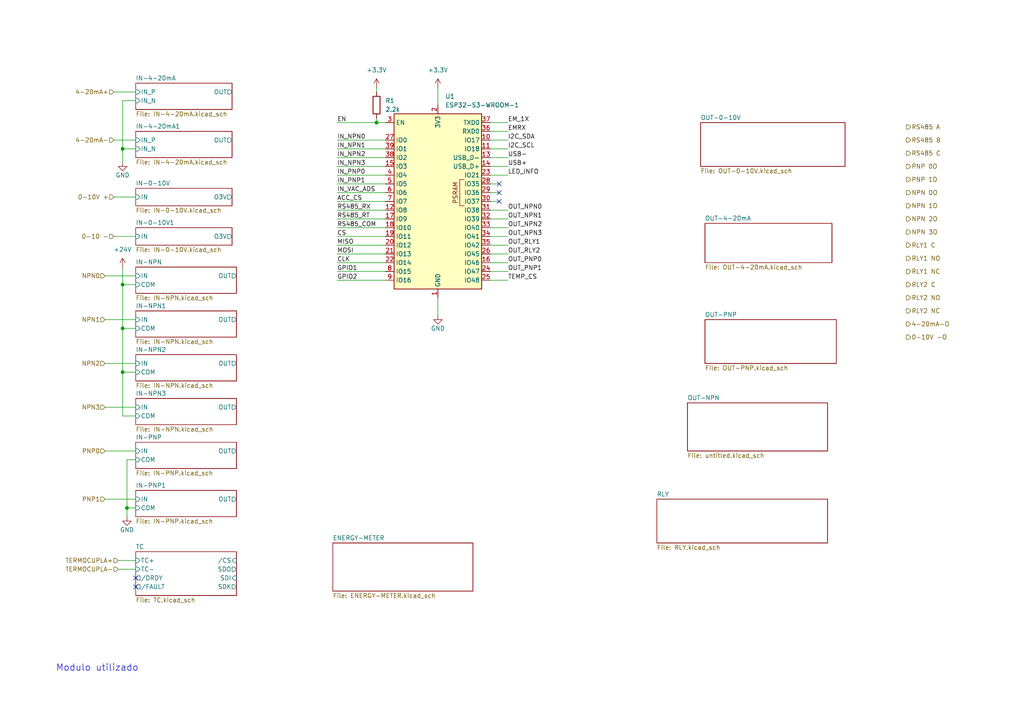
<source format=kicad_sch>
(kicad_sch (version 20250114) (generator "eeschema") (generator_version "9.0")
  (paper "A4")
  (lib_symbols
    (symbol "Device:R" (pin_numbers (hide yes)) (pin_names (offset 0))
      (property "Reference" "R" (at 2.032 0 90))
      (property "Value" "R" (at 0 0 90))
      (symbol "R_0_1"
        (rectangle (start -1.016 -2.54) (end 1.016 2.54) (stroke (width 0.254)))
      )
      (symbol "R_1_1"
        (pin passive line (at 0 3.81 270) (length 1.27) (name "~") (number "1"))
        (pin passive line (at 0 -3.81 90) (length 1.27) (name "~") (number "2"))
      )
    )
    (symbol "PCM_SparkFun-PowerSymbol:GND" (power) (pin_names (offset 0))
      (property "Value" "GND" (at 0 -3.81 0))
      (symbol "GND_0_1"
        (polyline (pts (xy 0 0) (xy 0 -1.27) (xy 1.27 -1.27) (xy 0 -2.54) (xy -1.27 -1.27) (xy 0 -1.27)))
      )
      (symbol "GND_1_1"
        (pin power_in line (at 0 0 270) (length 0) (hide yes) (name "GND") (number "1"))
      )
    )
    (symbol "RF_Module:ESP32-S3-WROOM-1"
      (property "Reference" "U" (at -12.7 26.67 0))
      (property "Value" "ESP32-S3-WROOM-1" (at 12.7 26.67 0))
      (symbol "ESP32-S3-WROOM-1_0_0"
        (rectangle (start -12.7 25.4) (end 12.7 -25.4) (stroke (width 0.254)) (fill (type background)))
        (text "PSRAM" (at 5.08 2.54 900) (effects (font (size 1.27 1.27))))
      )
      (symbol "ESP32-S3-WROOM-1_0_1"
        (polyline (pts (xy 7.62 -1.27) (xy 6.35 -1.27) (xy 6.35 6.35) (xy 7.62 6.35)))
      )
      (symbol "ESP32-S3-WROOM-1_1_1"
        (pin input line (at -15.24 22.86 0) (length 2.54) (name "EN") (number "3"))
        (pin bidirectional line (at -15.24 17.78 0) (length 2.54) (name "IO0") (number "27"))
        (pin bidirectional line (at -15.24 15.24 0) (length 2.54) (name "IO1") (number "39"))
        (pin bidirectional line (at -15.24 12.7 0) (length 2.54) (name "IO2") (number "38"))
        (pin bidirectional line (at -15.24 10.16 0) (length 2.54) (name "IO3") (number "15"))
        (pin bidirectional line (at -15.24 7.62 0) (length 2.54) (name "IO4") (number "4"))
        (pin bidirectional line (at -15.24 5.08 0) (length 2.54) (name "IO5") (number "5"))
        (pin bidirectional line (at -15.24 2.54 0) (length 2.54) (name "IO6") (number "6"))
        (pin bidirectional line (at -15.24 0 0) (length 2.54) (name "IO7") (number "7"))
        (pin bidirectional line (at -15.24 -2.54 0) (length 2.54) (name "IO8") (number "12"))
        (pin bidirectional line (at -15.24 -5.08 0) (length 2.54) (name "IO9") (number "17"))
        (pin bidirectional line (at -15.24 -7.62 0) (length 2.54) (name "IO10") (number "18"))
        (pin bidirectional line (at -15.24 -10.16 0) (length 2.54) (name "IO11") (number "19"))
        (pin bidirectional line (at -15.24 -12.7 0) (length 2.54) (name "IO12") (number "20"))
        (pin bidirectional line (at -15.24 -15.24 0) (length 2.54) (name "IO13") (number "21"))
        (pin bidirectional line (at -15.24 -17.78 0) (length 2.54) (name "IO14") (number "22"))
        (pin bidirectional line (at -15.24 -20.32 0) (length 2.54) (name "IO15") (number "8"))
        (pin bidirectional line (at -15.24 -22.86 0) (length 2.54) (name "IO16") (number "9"))
        (pin power_in line (at 0 27.94 270) (length 2.54) (name "3V3") (number "2"))
        (pin power_in line (at 0 -27.94 90) (length 2.54) (name "GND") (number "1"))
        (pin passive line (at 0 -27.94 90) (length 2.54) (hide yes) (name "GND") (number "40"))
        (pin passive line (at 0 -27.94 90) (length 2.54) (hide yes) (name "GND") (number "41"))
        (pin bidirectional line (at 15.24 22.86 180) (length 2.54) (name "TXD0") (number "37"))
        (pin bidirectional line (at 15.24 20.32 180) (length 2.54) (name "RXD0") (number "36"))
        (pin bidirectional line (at 15.24 17.78 180) (length 2.54) (name "IO17") (number "10"))
        (pin bidirectional line (at 15.24 15.24 180) (length 2.54) (name "IO18") (number "11"))
        (pin bidirectional line (at 15.24 12.7 180) (length 2.54) (name "USB_D-") (number "13"))
        (pin bidirectional line (at 15.24 10.16 180) (length 2.54) (name "USB_D+") (number "14"))
        (pin bidirectional line (at 15.24 7.62 180) (length 2.54) (name "IO21") (number "23"))
        (pin bidirectional line (at 15.24 5.08 180) (length 2.54) (name "IO35") (number "28"))
        (pin bidirectional line (at 15.24 2.54 180) (length 2.54) (name "IO36") (number "29"))
        (pin bidirectional line (at 15.24 0 180) (length 2.54) (name "IO37") (number "30"))
        (pin bidirectional line (at 15.24 -2.54 180) (length 2.54) (name "IO38") (number "31"))
        (pin bidirectional line (at 15.24 -5.08 180) (length 2.54) (name "IO39") (number "32"))
        (pin bidirectional line (at 15.24 -7.62 180) (length 2.54) (name "IO40") (number "33"))
        (pin bidirectional line (at 15.24 -10.16 180) (length 2.54) (name "IO41") (number "34"))
        (pin bidirectional line (at 15.24 -12.7 180) (length 2.54) (name "IO42") (number "35"))
        (pin bidirectional line (at 15.24 -15.24 180) (length 2.54) (name "IO45") (number "26"))
        (pin bidirectional line (at 15.24 -17.78 180) (length 2.54) (name "IO46") (number "16"))
        (pin bidirectional line (at 15.24 -20.32 180) (length 2.54) (name "IO47") (number "24"))
        (pin bidirectional line (at 15.24 -22.86 180) (length 2.54) (name "IO48") (number "25"))
      )
    )
    (symbol "power:+24V" (power) (pin_numbers (hide yes)) (pin_names (offset 0) (hide yes))
      (property "Value" "+24V" (at 0 3.556 0))
      (symbol "+24V_0_1"
        (polyline (pts (xy -0.762 1.27) (xy 0 2.54)))
        (polyline (pts (xy 0 2.54) (xy 0.762 1.27)))
        (polyline (pts (xy 0 0) (xy 0 2.54)))
      )
      (symbol "+24V_1_1"
        (pin power_in line (at 0 0 90) (length 0) (name "~") (number "1"))
      )
    )
    (symbol "power:+3.3V" (power) (pin_numbers (hide yes)) (pin_names (offset 0) (hide yes))
      (property "Value" "+3.3V" (at 0 3.556 0))
      (symbol "+3.3V_0_1"
        (polyline (pts (xy -0.762 1.27) (xy 0 2.54)))
        (polyline (pts (xy 0 2.54) (xy 0.762 1.27)))
        (polyline (pts (xy 0 0) (xy 0 2.54)))
      )
      (symbol "+3.3V_1_1"
        (pin power_in line (at 0 0 90) (length 0) (name "~") (number "1"))
      )
    )
  )
  (text "Modulo utilizado" (at 28.194 193.802 0) (effects (font (size 1.905 1.905))))
  (junction (at 35.56 43.18))
  (junction (at 35.56 82.55))
  (junction (at 35.56 107.95))
  (junction (at 109.22 35.56))
  (junction (at 36.83 147.32))
  (junction (at 35.56 95.25))
  (no_connect (at 39.37 170.18))
  (no_connect (at 144.78 58.42))
  (no_connect (at 144.78 55.88))
  (no_connect (at 39.37 167.64))
  (no_connect (at 144.78 53.34))
  (wire (pts (xy 35.56 82.55) (xy 39.37 82.55)))
  (wire (pts (xy 36.83 133.35) (xy 39.37 133.35)))
  (wire (pts (xy 97.79 35.56) (xy 109.22 35.56)))
  (wire (pts (xy 142.24 50.8) (xy 147.32 50.8)))
  (wire (pts (xy 36.83 147.32) (xy 36.83 133.35)))
  (wire (pts (xy 30.48 144.78) (xy 39.37 144.78)))
  (wire (pts (xy 144.78 53.34) (xy 142.24 53.34)))
  (wire (pts (xy 97.79 45.72) (xy 111.76 45.72)))
  (wire (pts (xy 35.56 46.99) (xy 35.56 43.18)))
  (wire (pts (xy 97.79 43.18) (xy 111.76 43.18)))
  (wire (pts (xy 142.24 45.72) (xy 147.32 45.72)))
  (wire (pts (xy 97.79 81.28) (xy 111.76 81.28)))
  (wire (pts (xy 142.24 40.64) (xy 147.32 40.64)))
  (wire (pts (xy 34.29 165.1) (xy 39.37 165.1)))
  (wire (pts (xy 35.56 43.18) (xy 35.56 29.21)))
  (wire (pts (xy 109.22 25.4) (xy 109.22 26.67)))
  (wire (pts (xy 35.56 95.25) (xy 35.56 107.95)))
  (wire (pts (xy 36.83 149.86) (xy 36.83 147.32)))
  (wire (pts (xy 30.48 118.11) (xy 39.37 118.11)))
  (wire (pts (xy 97.79 73.66) (xy 111.76 73.66)))
  (wire (pts (xy 35.56 43.18) (xy 39.37 43.18)))
  (wire (pts (xy 35.56 29.21) (xy 39.37 29.21)))
  (wire (pts (xy 35.56 107.95) (xy 39.37 107.95)))
  (wire (pts (xy 144.78 58.42) (xy 142.24 58.42)))
  (wire (pts (xy 30.48 80.01) (xy 39.37 80.01)))
  (wire (pts (xy 97.79 48.26) (xy 111.76 48.26)))
  (wire (pts (xy 142.24 66.04) (xy 147.32 66.04)))
  (wire (pts (xy 97.79 76.2) (xy 111.76 76.2)))
  (wire (pts (xy 142.24 73.66) (xy 147.32 73.66)))
  (wire (pts (xy 142.24 38.1) (xy 147.32 38.1)))
  (wire (pts (xy 36.83 147.32) (xy 39.37 147.32)))
  (wire (pts (xy 34.29 162.56) (xy 39.37 162.56)))
  (wire (pts (xy 142.24 48.26) (xy 147.32 48.26)))
  (wire (pts (xy 33.02 68.58) (xy 39.37 68.58)))
  (wire (pts (xy 142.24 76.2) (xy 147.32 76.2)))
  (wire (pts (xy 144.78 55.88) (xy 142.24 55.88)))
  (wire (pts (xy 142.24 63.5) (xy 147.32 63.5)))
  (wire (pts (xy 30.48 105.41) (xy 39.37 105.41)))
  (wire (pts (xy 97.79 40.64) (xy 111.76 40.64)))
  (wire (pts (xy 97.79 55.88) (xy 111.76 55.88)))
  (wire (pts (xy 127 25.4) (xy 127 30.48)))
  (wire (pts (xy 97.79 78.74) (xy 111.76 78.74)))
  (wire (pts (xy 142.24 78.74) (xy 147.32 78.74)))
  (wire (pts (xy 109.22 35.56) (xy 111.76 35.56)))
  (wire (pts (xy 97.79 60.96) (xy 111.76 60.96)))
  (wire (pts (xy 142.24 71.12) (xy 147.32 71.12)))
  (wire (pts (xy 97.79 63.5) (xy 111.76 63.5)))
  (wire (pts (xy 33.02 26.67) (xy 39.37 26.67)))
  (wire (pts (xy 97.79 58.42) (xy 111.76 58.42)))
  (wire (pts (xy 35.56 82.55) (xy 35.56 95.25)))
  (wire (pts (xy 97.79 71.12) (xy 111.76 71.12)))
  (wire (pts (xy 30.48 92.71) (xy 39.37 92.71)))
  (wire (pts (xy 97.79 53.34) (xy 111.76 53.34)))
  (wire (pts (xy 35.56 120.65) (xy 39.37 120.65)))
  (wire (pts (xy 30.48 130.81) (xy 39.37 130.81)))
  (wire (pts (xy 142.24 81.28) (xy 147.32 81.28)))
  (wire (pts (xy 127 86.36) (xy 127 91.44)))
  (wire (pts (xy 33.02 40.64) (xy 39.37 40.64)))
  (wire (pts (xy 97.79 50.8) (xy 111.76 50.8)))
  (wire (pts (xy 97.79 68.58) (xy 111.76 68.58)))
  (wire (pts (xy 142.24 60.96) (xy 147.32 60.96)))
  (wire (pts (xy 35.56 95.25) (xy 39.37 95.25)))
  (wire (pts (xy 97.79 66.04) (xy 111.76 66.04)))
  (wire (pts (xy 142.24 68.58) (xy 147.32 68.58)))
  (wire (pts (xy 142.24 43.18) (xy 147.32 43.18)))
  (wire (pts (xy 33.02 57.15) (xy 39.37 57.15)))
  (wire (pts (xy 35.56 107.95) (xy 35.56 120.65)))
  (wire (pts (xy 142.24 35.56) (xy 147.32 35.56)))
  (wire (pts (xy 109.22 34.29) (xy 109.22 35.56)))
  (wire (pts (xy 35.56 77.47) (xy 35.56 82.55)))
  (label "EM_1X" (at 147.32 35.56 0))
  (label "LED_INFO" (at 147.32 50.8 0))
  (label "GPIO1" (at 97.79 78.74 0))
  (label "OUT_RLY2" (at 147.32 73.66 0))
  (label "USB-" (at 147.32 45.72 0))
  (label "IN_PNP0" (at 97.79 50.8 0))
  (label "EMRX" (at 147.32 38.1 0))
  (label "IN_NPN1" (at 97.79 43.18 0))
  (label "USB+" (at 147.32 48.26 0))
  (label "MOSI" (at 97.79 73.66 0))
  (label "OUT_NPN3" (at 147.32 68.58 0))
  (label "ACC_CS" (at 97.79 58.42 0))
  (label "GPIO2" (at 97.79 81.28 0))
  (label "I2C_SDA" (at 147.32 40.64 0))
  (label "OUT_NPN0" (at 147.32 60.96 0))
  (label "EN" (at 97.79 35.56 0))
  (label "TEMP_CS" (at 147.32 81.28 0))
  (label "RS485_COM" (at 97.79 66.04 0))
  (label "IN_NPN2" (at 97.79 45.72 0))
  (label "OUT_NPN2" (at 147.32 66.04 0))
  (label "IN_NPN0" (at 97.79 40.64 0))
  (label "RS485_RT" (at 97.79 63.5 0))
  (label "IN_PNP1" (at 97.79 53.34 0))
  (label "IN_VAC_ADS" (at 97.79 55.88 0))
  (label "OUT_PNP0" (at 147.32 76.2 0))
  (label "MISO" (at 97.79 71.12 0))
  (label "CLK" (at 97.79 76.2 0))
  (label "OUT_NPN1" (at 147.32 63.5 0))
  (label "OUT_RLY1" (at 147.32 71.12 0))
  (label "I2C_SCL" (at 147.32 43.18 0))
  (label "CS" (at 97.79 68.58 0))
  (label "OUT_PNP1" (at 147.32 78.74 0))
  (label "IN_NPN3" (at 97.79 48.26 0))
  (label "RS485_RX" (at 97.79 60.96 0))
  (hierarchical_label "NPN2" (shape input) (at 30.48 105.41 180))
  (hierarchical_label "4-20mA-" (shape input) (at 33.02 40.64 180))
  (hierarchical_label "TERMOCUPLA-" (shape input) (at 34.29 165.1 180))
  (hierarchical_label "NPN 0O" (shape output) (at 262.89 55.88 0))
  (hierarchical_label "4-20mA-O" (shape output) (at 262.89 93.98 0))
  (hierarchical_label "0-10 -" (shape input) (at 33.02 68.58 180))
  (hierarchical_label "4-20mA+" (shape input) (at 33.02 26.67 180))
  (hierarchical_label "NPN1" (shape input) (at 30.48 92.71 180))
  (hierarchical_label "0-10V +" (shape input) (at 33.02 57.15 180))
  (hierarchical_label "CT1" (shape input) (at -11.43 109.22 180))
  (hierarchical_label "NPN 2O" (shape output) (at 262.89 63.5 0))
  (hierarchical_label "NPN3" (shape input) (at 30.48 118.11 180))
  (hierarchical_label "NPN 3O" (shape output) (at 262.89 67.31 0))
  (hierarchical_label "RS485 B" (shape output) (at 262.89 40.64 0))
  (hierarchical_label "NPN0" (shape input) (at 30.48 80.01 180))
  (hierarchical_label "NPN 1O" (shape output) (at 262.89 59.69 0))
  (hierarchical_label "TERMOCUPLA+" (shape input) (at 34.29 162.56 180))
  (hierarchical_label "0-10V -O" (shape output) (at 262.89 97.79 0))
  (hierarchical_label "VAC0" (shape input) (at -11.43 97.79 180))
  (hierarchical_label "RLY2 C" (shape output) (at 262.89 82.55 0))
  (hierarchical_label "PNP1" (shape input) (at 30.48 144.78 180))
  (hierarchical_label "CT0" (shape input) (at -11.43 105.41 180))
  (hierarchical_label "RLY2 NC" (shape output) (at 262.89 90.17 0))
  (hierarchical_label "PNP0" (shape input) (at 30.48 130.81 180))
  (hierarchical_label "RLY1 NO" (shape output) (at 262.89 74.93 0))
  (hierarchical_label "PNP 1O" (shape output) (at 262.89 52.07 0))
  (hierarchical_label "RLY2 NO" (shape output) (at 262.89 86.36 0))
  (hierarchical_label "VAC1" (shape input) (at -11.43 101.6 180))
  (hierarchical_label "PNP 0O" (shape output) (at 262.89 48.26 0))
  (hierarchical_label "RS485 A" (shape output) (at 262.89 36.83 0))
  (hierarchical_label "RS485 C" (shape output) (at 262.89 44.45 0))
  (hierarchical_label "RLY1 C" (shape output) (at 262.89 71.12 0))
  (hierarchical_label "RLY1 NC" (shape output) (at 262.89 78.74 0))
  (symbol (lib_id "Device:R") (at 109.22 30.48 0) (unit 1)
    (property "Reference" "R1" (at 111.76 29.2099 0) (effects (justify left)))
    (property "Value" "2.2k" (at 111.76 31.7499 0) (effects (justify left)))
    (property "Description" "Resistor" (effects (hide yes)))
  )
  (symbol (lib_id "power:+3.3V") (at 109.22 25.4 0) (unit 1)
    (property "Reference" "#PWR01" (effects (hide yes)))
    (property "Value" "+3.3V" (at 109.22 20.32 0))
    (property "Description" "Power symbol creates a global label with name \"+3.3V\"" (effects (hide yes)))
  )
  (symbol (lib_id "PCM_SparkFun-PowerSymbol:GND") (at 36.83 149.86 0) (unit 1)
    (property "Reference" "#PWR09" (effects (hide yes)))
    (property "Value" "GND" (at 36.83 153.67 0))
    (property "Description" "Power symbol creates a global label with name \"GND\" , ground" (effects (hide yes)))
  )
  (symbol (lib_id "RF_Module:ESP32-S3-WROOM-1") (at 127 58.42 0) (unit 1)
    (property "Reference" "U1" (at 129.1433 27.94 0) (effects (justify left)))
    (property "Value" "ESP32-S3-WROOM-1" (at 129.1433 30.48 0) (effects (justify left)))
    (property "Footprint" "RF_Module:ESP32-S3-WROOM-1" (effects (hide yes)))
    (property "Datasheet" "https://www.espressif.com/sites/default/files/documentation/esp32-s3-wroom-1_wroom-1u_datasheet_en.pdf" (effects (hide yes)))
    (property "Description" "RF Module, ESP32-S3 SoC, Wi-Fi 802.11b/g/n, Bluetooth, BLE, 32-bit, 3.3V, onboard antenna, SMD" (effects (hide yes)))
  )
  (symbol (lib_id "PCM_SparkFun-PowerSymbol:GND") (at 127 91.44 0) (unit 1)
    (property "Reference" "#PWR02" (effects (hide yes)))
    (property "Value" "GND" (at 127 95.25 0))
    (property "Description" "Power symbol creates a global label with name \"GND\" , ground" (effects (hide yes)))
  )
  (symbol (lib_id "power:+24V") (at 35.56 77.47 0) (unit 1)
    (property "Reference" "#PWR08" (effects (hide yes)))
    (property "Value" "+24V" (at 35.56 72.39 0))
    (property "Description" "Power symbol creates a global label with name \"+24V\"" (effects (hide yes)))
  )
  (symbol (lib_id "PCM_SparkFun-PowerSymbol:GND") (at 35.56 46.99 0) (unit 1)
    (property "Reference" "#PWR07" (effects (hide yes)))
    (property "Value" "GND" (at 35.56 50.8 0))
    (property "Description" "Power symbol creates a global label with name \"GND\" , ground" (effects (hide yes)))
  )
  (symbol (lib_id "power:+3.3V") (at 127 25.4 0) (unit 1)
    (property "Reference" "#PWR03" (effects (hide yes)))
    (property "Value" "+3.3V" (at 127 20.32 0))
    (property "Description" "Power symbol creates a global label with name \"+3.3V\"" (effects (hide yes)))
  )
  (sheet (at 39.37 77.47) (size 29.21 7.62) (stroke (width 0.1524))
    (property "Sheetname" "IN-NPN" (at 39.37 76.7584 0) (effects (justify left bottom)))
    (property "Sheetfile" "IN-NPN.kicad_sch" (at 39.37 85.6746 0) (effects (justify left top)))
    (pin "COM" input (at 39.37 82.55 180))
    (pin "IN" input (at 39.37 80.01 180))
    (pin "OUT" output (at 68.58 80.01 0))
  )
  (sheet (at 96.52 157.48) (size 40.64 13.97) (stroke (width 0.1524))
    (property "Sheetname" "ENERGY-METER" (at 96.52 156.7684 0) (effects (justify left bottom)))
    (property "Sheetfile" "ENERGY-METER.kicad_sch" (at 96.52 172.0346 0) (effects (justify left top)))
  )
  (sheet (at 204.47 64.77) (size 36.83 11.43) (stroke (width 0.1524))
    (property "Sheetname" "OUT-4-20mA" (at 204.47 64.0584 0) (effects (justify left bottom)))
    (property "Sheetfile" "OUT-4-20mA.kicad_sch" (at 204.47 76.7846 0) (effects (justify left top)))
  )
  (sheet (at 199.39 116.84) (size 40.64 13.97) (stroke (width 0.1524))
    (property "Sheetname" "OUT-NPN" (at 199.39 116.1284 0) (effects (justify left bottom)))
    (property "Sheetfile" "untitled.kicad_sch" (at 199.39 131.3946 0) (effects (justify left top)))
  )
  (sheet (at 39.37 128.27) (size 29.21 7.62) (stroke (width 0.1524))
    (property "Sheetname" "IN-PNP" (at 39.37 127.5584 0) (effects (justify left bottom)))
    (property "Sheetfile" "IN-PNP.kicad_sch" (at 39.37 136.4746 0) (effects (justify left top)))
    (pin "COM" input (at 39.37 133.35 180))
    (pin "IN" input (at 39.37 130.81 180))
    (pin "OUT" output (at 68.58 130.81 0))
  )
  (sheet (at 39.37 54.61) (size 27.94 5.08) (stroke (width 0.1524))
    (property "Sheetname" "IN-0-10V" (at 39.37 53.8984 0) (effects (justify left bottom)))
    (property "Sheetfile" "IN-0-10V.kicad_sch" (at 39.37 60.2746 0) (effects (justify left top)))
    (pin "IN" input (at 39.37 57.15 180))
    (pin "O3V" output (at 67.31 57.15 0))
  )
  (sheet (at 203.2 35.56) (size 41.91 12.7) (stroke (width 0.1524))
    (property "Sheetname" "OUT-0-10V" (at 203.2 34.8484 0) (effects (justify left bottom)))
    (property "Sheetfile" "OUT-0-10V.kicad_sch" (at 203.2 48.8446 0) (effects (justify left top)))
  )
  (sheet (at 39.37 38.1) (size 27.94 7.62) (stroke (width 0.1524))
    (property "Sheetname" "IN-4-20mA1" (at 39.37 37.3884 0) (effects (justify left bottom)))
    (property "Sheetfile" "IN-4-20mA.kicad_sch" (at 39.37 46.3046 0) (effects (justify left top)))
    (pin "IN_N" input (at 39.37 43.18 180))
    (pin "IN_P" input (at 39.37 40.64 180))
    (pin "OUT" output (at 67.31 40.64 0))
  )
  (sheet (at 190.5 144.78) (size 49.53 12.7) (stroke (width 0.1524))
    (property "Sheetname" "RLY" (at 190.5 144.0684 0) (effects (justify left bottom)))
    (property "Sheetfile" "RLY.kicad_sch" (at 190.5 158.0646 0) (effects (justify left top)))
  )
  (sheet (at 39.37 142.24) (size 29.21 7.62) (stroke (width 0.1524))
    (property "Sheetname" "IN-PNP1" (at 39.37 141.5284 0) (effects (justify left bottom)))
    (property "Sheetfile" "IN-PNP.kicad_sch" (at 39.37 150.4446 0) (effects (justify left top)))
    (pin "COM" input (at 39.37 147.32 180))
    (pin "IN" input (at 39.37 144.78 180))
    (pin "OUT" output (at 68.58 144.78 0))
  )
  (sheet (at 39.37 102.87) (size 29.21 7.62) (stroke (width 0.1524))
    (property "Sheetname" "IN-NPN2" (at 39.37 102.1584 0) (effects (justify left bottom)))
    (property "Sheetfile" "IN-NPN.kicad_sch" (at 39.37 111.0746 0) (effects (justify left top)))
    (pin "COM" input (at 39.37 107.95 180))
    (pin "IN" input (at 39.37 105.41 180))
    (pin "OUT" output (at 68.58 105.41 0))
  )
  (sheet (at 39.37 66.04) (size 27.94 5.08) (stroke (width 0.1524))
    (property "Sheetname" "IN-0-10V1" (at 39.37 65.3284 0) (effects (justify left bottom)))
    (property "Sheetfile" "IN-0-10V.kicad_sch" (at 39.37 71.7046 0) (effects (justify left top)))
    (pin "IN" input (at 39.37 68.58 180))
    (pin "O3V" output (at 67.31 68.58 0))
  )
  (sheet (at 39.37 90.17) (size 29.21 7.62) (stroke (width 0.1524))
    (property "Sheetname" "IN-NPN1" (at 39.37 89.4584 0) (effects (justify left bottom)))
    (property "Sheetfile" "IN-NPN.kicad_sch" (at 39.37 98.3746 0) (effects (justify left top)))
    (pin "COM" input (at 39.37 95.25 180))
    (pin "IN" input (at 39.37 92.71 180))
    (pin "OUT" output (at 68.58 92.71 0))
  )
  (sheet (at 39.37 160.02) (size 29.21 12.7) (stroke (width 0.1524))
    (property "Sheetname" "TC" (at 39.37 159.3084 0) (effects (justify left bottom)))
    (property "Sheetfile" "TC.kicad_sch" (at 39.37 173.3046 0) (effects (justify left top)))
    (pin "SDI" input (at 68.58 167.64 0))
    (pin "SDK" output (at 68.58 170.18 0))
    (pin "SDO" output (at 68.58 165.1 0))
    (pin "TC+" input (at 39.37 162.56 180))
    (pin "TC-" input (at 39.37 165.1 180))
    (pin "{slash}CS" input (at 68.58 162.56 0))
    (pin "{slash}DRDY" output (at 39.37 167.64 180))
    (pin "{slash}FAULT" output (at 39.37 170.18 180))
  )
  (sheet (at 204.47 92.71) (size 38.1 12.7) (stroke (width 0.1524))
    (property "Sheetname" "OUT-PNP" (at 204.47 91.9984 0) (effects (justify left bottom)))
    (property "Sheetfile" "OUT-PNP.kicad_sch" (at 204.47 105.9946 0) (effects (justify left top)))
  )
  (sheet (at 39.37 115.57) (size 29.21 7.62) (stroke (width 0.1524))
    (property "Sheetname" "IN-NPN3" (at 39.37 114.8584 0) (effects (justify left bottom)))
    (property "Sheetfile" "IN-NPN.kicad_sch" (at 39.37 123.7746 0) (effects (justify left top)))
    (pin "COM" input (at 39.37 120.65 180))
    (pin "IN" input (at 39.37 118.11 180))
    (pin "OUT" output (at 68.58 118.11 0))
  )
  (sheet (at 39.37 24.13) (size 27.94 7.62) (stroke (width 0.1524))
    (property "Sheetname" "IN-4-20mA" (at 39.37 23.4184 0) (effects (justify left bottom)))
    (property "Sheetfile" "IN-4-20mA.kicad_sch" (at 39.37 32.3346 0) (effects (justify left top)))
    (pin "IN_N" input (at 39.37 29.21 180))
    (pin "IN_P" input (at 39.37 26.67 180))
    (pin "OUT" output (at 67.31 26.67 0))
  )
)
</source>
